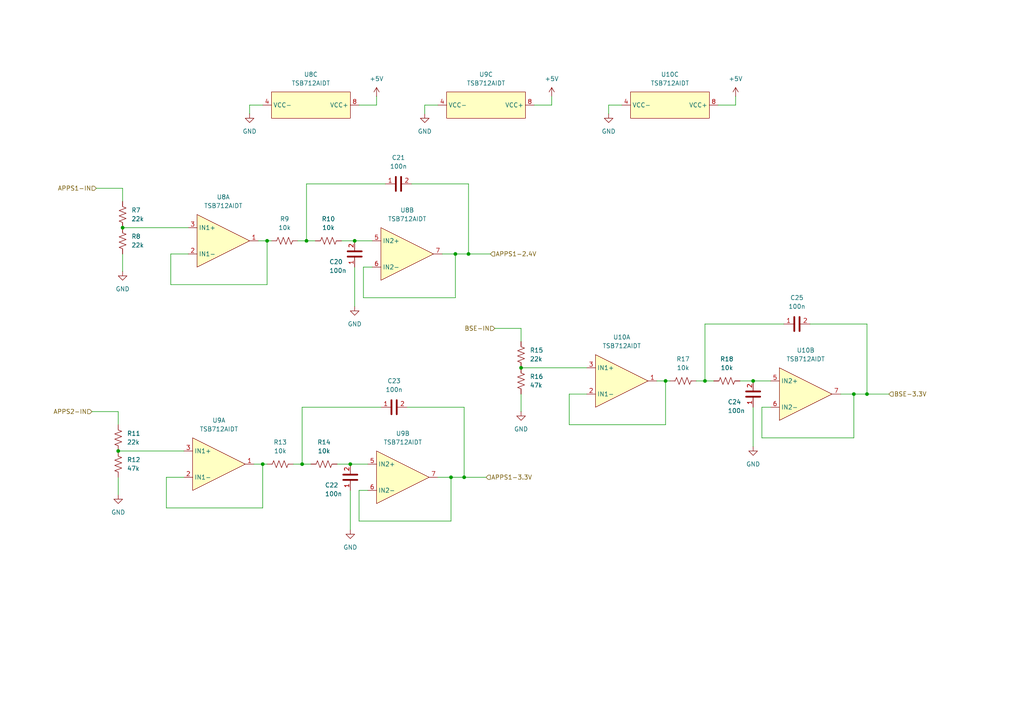
<source format=kicad_sch>
(kicad_sch (version 20250114) (generator "eeschema") (generator_version "9.0")
  (paper "A4")
  (lib_symbols
    (symbol "BFR Capacitors:06035C104KAT2A"
      (property "Reference" "C" (at 0 2.54 0))
      (property "Value" "100n" (at 1.27 2.54 0))
      (symbol "06035C104KAT2A_0_1"
        (polyline (pts (xy -2.032 0.762) (xy 2.032 0.762)) (stroke (width 0.508)))
        (polyline (pts (xy -2.032 -0.762) (xy 2.032 -0.762)) (stroke (width 0.508)))
      )
      (symbol "06035C104KAT2A_1_1"
        (pin passive line (at 0 3.81 270) (length 2.794) (name "~") (number "1"))
        (pin passive line (at 0 -3.81 90) (length 2.794) (name "~") (number "2"))
      )
    )
    (symbol "BFR Resistors:RMCF0603FT10K0" (pin_numbers (hide yes))
      (property "Reference" "R" (at 0 2.54 0))
      (property "Value" "10k" (at 1.27 2.54 0))
      (symbol "RMCF0603FT10K0_0_1"
        (polyline (pts (xy -2.286 0) (xy -2.54 0)))
        (polyline (pts (xy -2.286 0) (xy -1.905 1.016) (xy -1.524 0) (xy -1.143 -1.016) (xy -0.762 0)))
        (polyline (pts (xy -0.762 0) (xy -0.381 1.016) (xy 0 0) (xy 0.381 -1.016) (xy 0.762 0)))
        (polyline (pts (xy 0.762 0) (xy 1.143 1.016) (xy 1.524 0) (xy 1.905 -1.016) (xy 2.286 0)))
        (polyline (pts (xy 2.286 0) (xy 2.54 0)))
      )
      (symbol "RMCF0603FT10K0_1_1"
        (pin passive line (at -3.81 0 0) (length 1.27) (name "~") (number "1"))
        (pin passive line (at 3.81 0 180) (length 1.27) (name "~") (number "2"))
      )
    )
    (symbol "BFR Resistors:RMCF0603FT22K0" (pin_numbers (hide yes))
      (property "Reference" "R" (at 0 2.54 0))
      (property "Value" "22k" (at 1.27 2.54 0))
      (symbol "RMCF0603FT22K0_0_1"
        (polyline (pts (xy -2.286 0) (xy -2.54 0)))
        (polyline (pts (xy -2.286 0) (xy -1.905 1.016) (xy -1.524 0) (xy -1.143 -1.016) (xy -0.762 0)))
        (polyline (pts (xy -0.762 0) (xy -0.381 1.016) (xy 0 0) (xy 0.381 -1.016) (xy 0.762 0)))
        (polyline (pts (xy 0.762 0) (xy 1.143 1.016) (xy 1.524 0) (xy 1.905 -1.016) (xy 2.286 0)))
        (polyline (pts (xy 2.286 0) (xy 2.54 0)))
      )
      (symbol "RMCF0603FT22K0_1_1"
        (pin passive line (at -3.81 0 0) (length 1.27) (name "~") (number "1"))
        (pin passive line (at 3.81 0 180) (length 1.27) (name "~") (number "2"))
      )
    )
    (symbol "BFR Resistors:RMCF0603FT47K0" (pin_numbers (hide yes))
      (property "Reference" "R" (at 0 2.54 0))
      (property "Value" "47k" (at 1.27 2.54 0))
      (symbol "RMCF0603FT47K0_0_1"
        (polyline (pts (xy -2.286 0) (xy -2.54 0)))
        (polyline (pts (xy -2.286 0) (xy -1.905 1.016) (xy -1.524 0) (xy -1.143 -1.016) (xy -0.762 0)))
        (polyline (pts (xy -0.762 0) (xy -0.381 1.016) (xy 0 0) (xy 0.381 -1.016) (xy 0.762 0)))
        (polyline (pts (xy 0.762 0) (xy 1.143 1.016) (xy 1.524 0) (xy 1.905 -1.016) (xy 2.286 0)))
        (polyline (pts (xy 2.286 0) (xy 2.54 0)))
      )
      (symbol "RMCF0603FT47K0_1_1"
        (pin passive line (at -3.81 0 0) (length 1.27) (name "~") (number "1"))
        (pin passive line (at 3.81 0 180) (length 1.27) (name "~") (number "2"))
      )
    )
    (symbol "TSB712AIDT-Opamp:TSB712AIDT"
      (property "Reference" "U" (at 0 0 0))
      (property "Value" "TSB712AIDT" (at -0.254 -2.54 0))
      (symbol "TSB712AIDT_1_1"
        (polyline (pts (xy -7.62 -3.81) (xy -7.62 -19.05) (xy 7.62 -11.43) (xy -7.62 -3.81)) (fill (type color) (color 255 255 195 1)))
        (pin input line (at -10.16 -7.62 0) (length 2.54) (name "IN1+") (number "3"))
        (pin input line (at -10.16 -15.24 0) (length 2.54) (name "IN1-") (number "2"))
        (pin input line (at 10.16 -11.43 180) (length 2.54) (name "") (number "1"))
      )
      (symbol "TSB712AIDT_2_1"
        (polyline (pts (xy -8.89 -3.81) (xy -8.89 -19.05) (xy 6.35 -11.43) (xy -8.89 -3.81)) (fill (type color) (color 255 255 195 1)))
        (pin input line (at -11.43 -7.62 0) (length 2.54) (name "IN2+") (number "5"))
        (pin input line (at -11.43 -15.24 0) (length 2.54) (name "IN2-") (number "6"))
        (pin input line (at 8.89 -11.43 180) (length 2.54) (name "") (number "7"))
      )
      (symbol "TSB712AIDT_3_1"
        (rectangle (start -11.43 -7.62) (end 11.43 -15.24) (fill (type color) (color 255 255 195 1)))
        (pin input line (at -13.97 -11.43 0) (length 2.54) (name "VCC-") (number "4"))
        (pin input line (at 13.97 -11.43 180) (length 2.54) (name "VCC+") (number "8"))
      )
    )
    (symbol "power:+5V" (power) (pin_numbers (hide yes)) (pin_names (offset 0) (hide yes))
      (property "Value" "+5V" (at 0 3.556 0))
      (symbol "+5V_0_1"
        (polyline (pts (xy -0.762 1.27) (xy 0 2.54)))
        (polyline (pts (xy 0 2.54) (xy 0.762 1.27)))
        (polyline (pts (xy 0 0) (xy 0 2.54)))
      )
      (symbol "+5V_1_1"
        (pin power_in line (at 0 0 90) (length 0) (name "~") (number "1"))
      )
    )
    (symbol "power:GND" (power) (pin_numbers (hide yes)) (pin_names (offset 0) (hide yes))
      (property "Value" "GND" (at 0 -3.81 0))
      (symbol "GND_0_1"
        (polyline (pts (xy 0 0) (xy 0 -1.27) (xy 1.27 -1.27) (xy 0 -2.54) (xy -1.27 -1.27) (xy 0 -1.27)))
      )
      (symbol "GND_1_1"
        (pin power_in line (at 0 0 270) (length 0) (name "~") (number "1"))
      )
    )
  )
  (junction (at 247.65 114.3))
  (junction (at 134.62 138.43))
  (junction (at 132.08 73.66))
  (junction (at 102.87 69.85))
  (junction (at 204.47 110.49))
  (junction (at 35.56 66.04))
  (junction (at 151.13 106.68))
  (junction (at 218.44 110.49))
  (junction (at 76.2 134.62))
  (junction (at 88.9 69.85))
  (junction (at 77.47 69.85))
  (junction (at 130.81 138.43))
  (junction (at 101.6 134.62))
  (junction (at 34.29 130.81))
  (junction (at 135.89 73.66))
  (junction (at 251.46 114.3))
  (junction (at 87.63 134.62))
  (junction (at 193.04 110.49))
  (wire (pts (xy 34.29 119.38) (xy 34.29 123.19)))
  (wire (pts (xy 109.22 30.48) (xy 109.22 27.94)))
  (wire (pts (xy 160.02 30.48) (xy 160.02 27.94)))
  (wire (pts (xy 143.51 95.25) (xy 151.13 95.25)))
  (wire (pts (xy 251.46 93.98) (xy 251.46 114.3)))
  (wire (pts (xy 223.52 118.11) (xy 220.98 118.11)))
  (wire (pts (xy 180.34 30.48) (xy 176.53 30.48)))
  (wire (pts (xy 76.2 134.62) (xy 73.66 134.62)))
  (wire (pts (xy 247.65 127) (xy 247.65 114.3)))
  (wire (pts (xy 76.2 147.32) (xy 76.2 134.62)))
  (wire (pts (xy 88.9 53.34) (xy 111.76 53.34)))
  (wire (pts (xy 48.26 147.32) (xy 76.2 147.32)))
  (wire (pts (xy 119.38 53.34) (xy 135.89 53.34)))
  (wire (pts (xy 193.04 110.49) (xy 194.31 110.49)))
  (wire (pts (xy 214.63 110.49) (xy 218.44 110.49)))
  (wire (pts (xy 251.46 114.3) (xy 247.65 114.3)))
  (wire (pts (xy 220.98 118.11) (xy 220.98 127)))
  (wire (pts (xy 77.47 69.85) (xy 78.74 69.85)))
  (wire (pts (xy 127 30.48) (xy 123.19 30.48)))
  (wire (pts (xy 165.1 114.3) (xy 165.1 123.19)))
  (wire (pts (xy 87.63 134.62) (xy 90.17 134.62)))
  (wire (pts (xy 72.39 30.48) (xy 72.39 33.02)))
  (wire (pts (xy 135.89 53.34) (xy 135.89 73.66)))
  (wire (pts (xy 204.47 110.49) (xy 207.01 110.49)))
  (wire (pts (xy 77.47 82.55) (xy 77.47 69.85)))
  (wire (pts (xy 154.94 30.48) (xy 160.02 30.48)))
  (wire (pts (xy 102.87 69.85) (xy 107.95 69.85)))
  (wire (pts (xy 130.81 138.43) (xy 127 138.43)))
  (wire (pts (xy 104.14 142.24) (xy 104.14 151.13)))
  (wire (pts (xy 118.11 118.11) (xy 134.62 118.11)))
  (wire (pts (xy 35.56 66.04) (xy 54.61 66.04)))
  (wire (pts (xy 218.44 118.11) (xy 218.44 129.54)))
  (wire (pts (xy 134.62 118.11) (xy 134.62 138.43)))
  (wire (pts (xy 77.47 69.85) (xy 74.93 69.85)))
  (wire (pts (xy 35.56 54.61) (xy 35.56 58.42)))
  (wire (pts (xy 151.13 106.68) (xy 170.18 106.68)))
  (wire (pts (xy 134.62 138.43) (xy 130.81 138.43)))
  (wire (pts (xy 35.56 73.66) (xy 35.56 78.74)))
  (wire (pts (xy 102.87 77.47) (xy 102.87 88.9)))
  (wire (pts (xy 151.13 114.3) (xy 151.13 119.38)))
  (wire (pts (xy 170.18 114.3) (xy 165.1 114.3)))
  (wire (pts (xy 106.68 142.24) (xy 104.14 142.24)))
  (wire (pts (xy 132.08 86.36) (xy 132.08 73.66)))
  (wire (pts (xy 134.62 138.43) (xy 140.97 138.43)))
  (wire (pts (xy 104.14 151.13) (xy 130.81 151.13)))
  (wire (pts (xy 104.14 30.48) (xy 109.22 30.48)))
  (wire (pts (xy 97.79 134.62) (xy 101.6 134.62)))
  (wire (pts (xy 88.9 69.85) (xy 88.9 53.34)))
  (wire (pts (xy 204.47 93.98) (xy 227.33 93.98)))
  (wire (pts (xy 54.61 73.66) (xy 49.53 73.66)))
  (wire (pts (xy 49.53 82.55) (xy 77.47 82.55)))
  (wire (pts (xy 234.95 93.98) (xy 251.46 93.98)))
  (wire (pts (xy 99.06 69.85) (xy 102.87 69.85)))
  (wire (pts (xy 86.36 69.85) (xy 88.9 69.85)))
  (wire (pts (xy 193.04 123.19) (xy 193.04 110.49)))
  (wire (pts (xy 34.29 138.43) (xy 34.29 143.51)))
  (wire (pts (xy 107.95 77.47) (xy 105.41 77.47)))
  (wire (pts (xy 76.2 30.48) (xy 72.39 30.48)))
  (wire (pts (xy 76.2 134.62) (xy 77.47 134.62)))
  (wire (pts (xy 165.1 123.19) (xy 193.04 123.19)))
  (wire (pts (xy 135.89 73.66) (xy 142.24 73.66)))
  (wire (pts (xy 34.29 130.81) (xy 53.34 130.81)))
  (wire (pts (xy 101.6 142.24) (xy 101.6 153.67)))
  (wire (pts (xy 48.26 138.43) (xy 48.26 147.32)))
  (wire (pts (xy 151.13 95.25) (xy 151.13 99.06)))
  (wire (pts (xy 193.04 110.49) (xy 190.5 110.49)))
  (wire (pts (xy 201.93 110.49) (xy 204.47 110.49)))
  (wire (pts (xy 123.19 30.48) (xy 123.19 33.02)))
  (wire (pts (xy 87.63 118.11) (xy 110.49 118.11)))
  (wire (pts (xy 27.94 54.61) (xy 35.56 54.61)))
  (wire (pts (xy 132.08 73.66) (xy 128.27 73.66)))
  (wire (pts (xy 218.44 110.49) (xy 223.52 110.49)))
  (wire (pts (xy 85.09 134.62) (xy 87.63 134.62)))
  (wire (pts (xy 208.28 30.48) (xy 213.36 30.48)))
  (wire (pts (xy 88.9 69.85) (xy 91.44 69.85)))
  (wire (pts (xy 26.67 119.38) (xy 34.29 119.38)))
  (wire (pts (xy 213.36 30.48) (xy 213.36 27.94)))
  (wire (pts (xy 105.41 86.36) (xy 132.08 86.36)))
  (wire (pts (xy 220.98 127) (xy 247.65 127)))
  (wire (pts (xy 247.65 114.3) (xy 243.84 114.3)))
  (wire (pts (xy 105.41 77.47) (xy 105.41 86.36)))
  (wire (pts (xy 53.34 138.43) (xy 48.26 138.43)))
  (wire (pts (xy 49.53 73.66) (xy 49.53 82.55)))
  (wire (pts (xy 101.6 134.62) (xy 106.68 134.62)))
  (wire (pts (xy 130.81 151.13) (xy 130.81 138.43)))
  (wire (pts (xy 251.46 114.3) (xy 257.81 114.3)))
  (wire (pts (xy 135.89 73.66) (xy 132.08 73.66)))
  (wire (pts (xy 204.47 110.49) (xy 204.47 93.98)))
  (wire (pts (xy 176.53 30.48) (xy 176.53 33.02)))
  (wire (pts (xy 87.63 134.62) (xy 87.63 118.11)))
  (hierarchical_label "BSE-3.3V" (shape input) (at 257.81 114.3 0))
  (hierarchical_label "APPS1-IN" (shape input) (at 27.94 54.61 180))
  (hierarchical_label "BSE-IN" (shape input) (at 143.51 95.25 180))
  (hierarchical_label "APPS2-IN" (shape input) (at 26.67 119.38 180))
  (hierarchical_label "APPS1-3.3V" (shape input) (at 140.97 138.43 0))
  (hierarchical_label "APPS1-2.4V" (shape input) (at 142.24 73.66 0))
  (symbol (lib_id "TSB712AIDT-Opamp:TSB712AIDT") (at 119.38 62.23 0) (unit 2)
    (property "Reference" "U8" (at 118.11 60.96 0))
    (property "Value" "TSB712AIDT" (at 118.11 63.5 0))
    (property "Datasheet" "https://www.st.com/resource/en/datasheet/tsb711.pdf" (effects (hide yes)))
    (property "LCSC P/N" "C2971690" (effects (hide yes)))
    (property "Mouser P/N" "511-TSB712AIDT " (effects (hide yes)))
  )
  (symbol (lib_id "power:GND") (at 123.19 33.02 0) (unit 1)
    (property "Reference" "#PWR039" (effects (hide yes)))
    (property "Value" "GND" (at 123.19 38.1 0))
    (property "Description" "Power symbol creates a global label with name \"GND\" , ground" (effects (hide yes)))
  )
  (symbol (lib_id "BFR Resistors:RMCF0603FT10K0") (at 93.98 134.62 0) (unit 1)
    (property "Reference" "R14" (at 93.98 128.27 0))
    (property "Value" "10k" (at 93.98 130.81 0))
    (property "Footprint" "Resistor_SMD:R_0603_1608Metric_Pad0.98x0.95mm_HandSolder" (effects (hide yes)))
    (property "Datasheet" "https://www.seielect.com/catalog/sei-rmcf_rmcp.pdf" (effects (hide yes)))
    (property "Description" "10kΩ 0603 JLCPCB Basic Resistor" (effects (hide yes)))
    (property "Sim.Device" "SUBCKT" (effects (hide yes)))
    (property "Sim.Pins" "1=P1 2=P2" (effects (hide yes)))
    (property "Sim.Library" "${BFRUH_DIR}/Electronics/spice_models/bfr_resistors/RMCF0603FT10K0.lib" (effects (hide yes)))
    (property "Sim.Name" "RMCF0603FT10K0" (effects (hide yes)))
    (property "Pretty Name" "10kΩ 0603 Resistor" (effects (hide yes)))
    (property "Order From" "LCSC" (effects (hide yes)))
    (property "Digikey P/N" "RMCF0603FT10K0CT-ND" (effects (hide yes)))
    (property "Mouser P/N" "708-RMCF0603FT10K0" (effects (hide yes)))
    (property "LCSC P/N" "C25804" (effects (hide yes)))
    (property "JLCPCB Basic Part" "Yes" (effects (hide yes)))
    (property "Created by" "resistor_generator.py script using e24_resistor_bible_spec.txt" (effects (hide yes)))
  )
  (symbol (lib_id "TSB712AIDT-Opamp:TSB712AIDT") (at 194.31 19.05 0) (unit 3)
    (property "Reference" "U10" (at 194.31 21.59 0))
    (property "Value" "TSB712AIDT" (at 194.31 24.13 0))
    (property "Datasheet" "https://www.st.com/resource/en/datasheet/tsb711.pdf" (effects (hide yes)))
    (property "LCSC P/N" "C2971690" (effects (hide yes)))
    (property "Mouser P/N" "511-TSB712AIDT " (effects (hide yes)))
  )
  (symbol (lib_id "BFR Resistors:RMCF0603FT47K0") (at 34.29 134.62 90) (unit 1)
    (property "Reference" "R12" (at 36.83 133.3499 90) (effects (justify right)))
    (property "Value" "47k" (at 36.83 135.8899 90) (effects (justify right)))
    (property "Footprint" "Resistor_SMD:R_0603_1608Metric_Pad0.98x0.95mm_HandSolder" (effects (hide yes)))
    (property "Datasheet" "https://www.seielect.com/catalog/sei-rmcf_rmcp.pdf" (effects (hide yes)))
    (property "Description" "47kΩ 0603 JLCPCB Basic Resistor" (effects (hide yes)))
    (property "Sim.Device" "SUBCKT" (effects (hide yes)))
    (property "Sim.Pins" "1=P1 2=P2" (effects (hide yes)))
    (property "Sim.Library" "${BFRUH_DIR}/Electronics/spice_models/bfr_resistors/RMCF0603FT47K0.lib" (effects (hide yes)))
    (property "Sim.Name" "RMCF0603FT47K0" (effects (hide yes)))
    (property "Pretty Name" "47kΩ 0603 Resistor" (effects (hide yes)))
    (property "Order From" "LCSC" (effects (hide yes)))
    (property "Digikey P/N" "RMCF0603FT47K0CT-ND" (effects (hide yes)))
    (property "Mouser P/N" "708-RMCF0603FT47K0" (effects (hide yes)))
    (property "LCSC P/N" "C25819" (effects (hide yes)))
    (property "JLCPCB Basic Part" "Yes" (effects (hide yes)))
    (property "Created by" "resistor_generator.py script using e24_resistor_bible_spec.txt" (effects (hide yes)))
  )
  (symbol (lib_id "power:+5V") (at 109.22 27.94 0) (unit 1)
    (property "Reference" "#PWR037" (effects (hide yes)))
    (property "Value" "+5V" (at 109.22 22.86 0))
    (property "Description" "Power symbol creates a global label with name \"+5V\"" (effects (hide yes)))
  )
  (symbol (lib_id "BFR Capacitors:06035C104KAT2A") (at 101.6 138.43 180) (unit 1)
    (property "Reference" "C22" (at 94.234 140.716 0) (effects (justify right)))
    (property "Value" "100n" (at 94.234 143.256 0) (effects (justify right)))
    (property "Footprint" "Capacitor_SMD:C_0603_1608Metric_Pad1.08x0.95mm_HandSolder" (effects (hide yes)))
    (property "Description" "100nF±10% X7R 16V JLCPCB Basic 0603 Capacitor" (effects (hide yes)))
    (property "Sim.Device" "SUBCKT" (effects (hide yes)))
    (property "Sim.Pins" "1=P1 2=P2" (effects (hide yes)))
    (property "Sim.Library" "${BFRUH_DIR}/Electronics/spice_models/bfr_capacitors/06035C104KAT2A.lib" (effects (hide yes)))
    (property "Sim.Name" "06035C104KAT2A" (effects (hide yes)))
    (property "Pretty Name" "100nF 16V 0603 Capacitor" (effects (hide yes)))
    (property "Order From" "LCSC" (effects (hide yes)))
    (property "Digikey P/N" "478-KGM15BR71H104KTCT-ND" (effects (hide yes)))
    (property "Mouser P/N" "581-06035C104KAT2A" (effects (hide yes)))
    (property "LCSC P/N" "C14663" (effects (hide yes)))
    (property "JLCPCB Basic Part" "Yes" (effects (hide yes)))
    (property "Created by" "capacitor_generator.py script using capacitor_bible_spec.txt" (effects (hide yes)))
  )
  (symbol (lib_id "BFR Resistors:RMCF0603FT22K0") (at 35.56 69.85 90) (unit 1)
    (property "Reference" "R8" (at 38.1 68.5799 90) (effects (justify right)))
    (property "Value" "22k" (at 38.1 71.1199 90) (effects (justify right)))
    (property "Footprint" "Resistor_SMD:R_0603_1608Metric_Pad0.98x0.95mm_HandSolder" (effects (hide yes)))
    (property "Datasheet" "https://www.seielect.com/catalog/sei-rmcf_rmcp.pdf" (effects (hide yes)))
    (property "Description" "22kΩ 0603 JLCPCB Basic Resistor" (effects (hide yes)))
    (property "Sim.Device" "SUBCKT" (effects (hide yes)))
    (property "Sim.Pins" "1=P1 2=P2" (effects (hide yes)))
    (property "Sim.Library" "${BFRUH_DIR}/Electronics/spice_models/bfr_resistors/RMCF0603FT22K0.lib" (effects (hide yes)))
    (property "Sim.Name" "RMCF0603FT22K0" (effects (hide yes)))
    (property "Pretty Name" "22kΩ 0603 Resistor" (effects (hide yes)))
    (property "Order From" "LCSC" (effects (hide yes)))
    (property "Digikey P/N" "RMCF0603FT22K0CT-ND" (effects (hide yes)))
    (property "Mouser P/N" "708-RMCF0603FT22K0" (effects (hide yes)))
    (property "LCSC P/N" "C31850" (effects (hide yes)))
    (property "JLCPCB Basic Part" "Yes" (effects (hide yes)))
    (property "Created by" "resistor_generator.py script using e24_resistor_bible_spec.txt" (effects (hide yes)))
  )
  (symbol (lib_id "BFR Resistors:RMCF0603FT22K0") (at 151.13 102.87 90) (unit 1)
    (property "Reference" "R15" (at 153.67 101.5999 90) (effects (justify right)))
    (property "Value" "22k" (at 153.67 104.1399 90) (effects (justify right)))
    (property "Footprint" "Resistor_SMD:R_0603_1608Metric_Pad0.98x0.95mm_HandSolder" (effects (hide yes)))
    (property "Datasheet" "https://www.seielect.com/catalog/sei-rmcf_rmcp.pdf" (effects (hide yes)))
    (property "Description" "22kΩ 0603 JLCPCB Basic Resistor" (effects (hide yes)))
    (property "Sim.Device" "SUBCKT" (effects (hide yes)))
    (property "Sim.Pins" "1=P1 2=P2" (effects (hide yes)))
    (property "Sim.Library" "${BFRUH_DIR}/Electronics/spice_models/bfr_resistors/RMCF0603FT22K0.lib" (effects (hide yes)))
    (property "Sim.Name" "RMCF0603FT22K0" (effects (hide yes)))
    (property "Pretty Name" "22kΩ 0603 Resistor" (effects (hide yes)))
    (property "Order From" "LCSC" (effects (hide yes)))
    (property "Digikey P/N" "RMCF0603FT22K0CT-ND" (effects (hide yes)))
    (property "Mouser P/N" "708-RMCF0603FT22K0" (effects (hide yes)))
    (property "LCSC P/N" "C31850" (effects (hide yes)))
    (property "JLCPCB Basic Part" "Yes" (effects (hide yes)))
    (property "Created by" "resistor_generator.py script using e24_resistor_bible_spec.txt" (effects (hide yes)))
  )
  (symbol (lib_id "TSB712AIDT-Opamp:TSB712AIDT") (at 118.11 127 0) (unit 2)
    (property "Reference" "U9" (at 116.84 125.73 0))
    (property "Value" "TSB712AIDT" (at 116.84 128.27 0))
    (property "Datasheet" "https://www.st.com/resource/en/datasheet/tsb711.pdf" (effects (hide yes)))
    (property "LCSC P/N" "C2971690" (effects (hide yes)))
    (property "Mouser P/N" "511-TSB712AIDT " (effects (hide yes)))
  )
  (symbol (lib_id "TSB712AIDT-Opamp:TSB712AIDT") (at 140.97 19.05 0) (unit 3)
    (property "Reference" "U9" (at 140.97 21.59 0))
    (property "Value" "TSB712AIDT" (at 140.97 24.13 0))
    (property "Datasheet" "https://www.st.com/resource/en/datasheet/tsb711.pdf" (effects (hide yes)))
    (property "LCSC P/N" "C2971690" (effects (hide yes)))
    (property "Mouser P/N" "511-TSB712AIDT " (effects (hide yes)))
  )
  (symbol (lib_id "TSB712AIDT-Opamp:TSB712AIDT") (at 90.17 19.05 0) (unit 3)
    (property "Reference" "U8" (at 90.17 21.59 0))
    (property "Value" "TSB712AIDT" (at 90.17 24.13 0))
    (property "Datasheet" "https://www.st.com/resource/en/datasheet/tsb711.pdf" (effects (hide yes)))
    (property "LCSC P/N" "C2971690" (effects (hide yes)))
    (property "Mouser P/N" "511-TSB712AIDT " (effects (hide yes)))
  )
  (symbol (lib_id "BFR Resistors:RMCF0603FT22K0") (at 35.56 62.23 90) (unit 1)
    (property "Reference" "R7" (at 38.1 60.9599 90) (effects (justify right)))
    (property "Value" "22k" (at 38.1 63.4999 90) (effects (justify right)))
    (property "Footprint" "Resistor_SMD:R_0603_1608Metric_Pad0.98x0.95mm_HandSolder" (effects (hide yes)))
    (property "Datasheet" "https://www.seielect.com/catalog/sei-rmcf_rmcp.pdf" (effects (hide yes)))
    (property "Description" "22kΩ 0603 JLCPCB Basic Resistor" (effects (hide yes)))
    (property "Sim.Device" "SUBCKT" (effects (hide yes)))
    (property "Sim.Pins" "1=P1 2=P2" (effects (hide yes)))
    (property "Sim.Library" "${BFRUH_DIR}/Electronics/spice_models/bfr_resistors/RMCF0603FT22K0.lib" (effects (hide yes)))
    (property "Sim.Name" "RMCF0603FT22K0" (effects (hide yes)))
    (property "Pretty Name" "22kΩ 0603 Resistor" (effects (hide yes)))
    (property "Order From" "LCSC" (effects (hide yes)))
    (property "Digikey P/N" "RMCF0603FT22K0CT-ND" (effects (hide yes)))
    (property "Mouser P/N" "708-RMCF0603FT22K0" (effects (hide yes)))
    (property "LCSC P/N" "C31850" (effects (hide yes)))
    (property "JLCPCB Basic Part" "Yes" (effects (hide yes)))
    (property "Created by" "resistor_generator.py script using e24_resistor_bible_spec.txt" (effects (hide yes)))
  )
  (symbol (lib_id "power:GND") (at 151.13 119.38 0) (unit 1)
    (property "Reference" "#PWR042" (effects (hide yes)))
    (property "Value" "GND" (at 151.13 124.46 0))
    (property "Description" "Power symbol creates a global label with name \"GND\" , ground" (effects (hide yes)))
  )
  (symbol (lib_id "TSB712AIDT-Opamp:TSB712AIDT") (at 64.77 58.42 0) (unit 1)
    (property "Reference" "U8" (at 64.77 57.15 0))
    (property "Value" "TSB712AIDT" (at 64.77 59.69 0))
    (property "Datasheet" "https://www.st.com/resource/en/datasheet/tsb711.pdf" (effects (hide yes)))
    (property "LCSC P/N" "C2971690" (effects (hide yes)))
    (property "Mouser P/N" "511-TSB712AIDT " (effects (hide yes)))
  )
  (symbol (lib_id "power:GND") (at 102.87 88.9 0) (unit 1)
    (property "Reference" "#PWR035" (effects (hide yes)))
    (property "Value" "GND" (at 102.87 93.98 0))
    (property "Description" "Power symbol creates a global label with name \"GND\" , ground" (effects (hide yes)))
  )
  (symbol (lib_id "TSB712AIDT-Opamp:TSB712AIDT") (at 180.34 99.06 0) (unit 1)
    (property "Reference" "U10" (at 180.34 97.79 0))
    (property "Value" "TSB712AIDT" (at 180.34 100.33 0))
    (property "Datasheet" "https://www.st.com/resource/en/datasheet/tsb711.pdf" (effects (hide yes)))
    (property "LCSC P/N" "C2971690" (effects (hide yes)))
    (property "Mouser P/N" "511-TSB712AIDT " (effects (hide yes)))
  )
  (symbol (lib_id "power:GND") (at 34.29 143.51 0) (unit 1)
    (property "Reference" "#PWR038" (effects (hide yes)))
    (property "Value" "GND" (at 34.29 148.59 0))
    (property "Description" "Power symbol creates a global label with name \"GND\" , ground" (effects (hide yes)))
  )
  (symbol (lib_id "TSB712AIDT-Opamp:TSB712AIDT") (at 63.5 123.19 0) (unit 1)
    (property "Reference" "U9" (at 63.5 121.92 0))
    (property "Value" "TSB712AIDT" (at 63.5 124.46 0))
    (property "Datasheet" "https://www.st.com/resource/en/datasheet/tsb711.pdf" (effects (hide yes)))
    (property "LCSC P/N" "C2971690" (effects (hide yes)))
    (property "Mouser P/N" "511-TSB712AIDT " (effects (hide yes)))
  )
  (symbol (lib_id "BFR Resistors:RMCF0603FT10K0") (at 82.55 69.85 0) (unit 1)
    (property "Reference" "R9" (at 82.55 63.5 0))
    (property "Value" "10k" (at 82.55 66.04 0))
    (property "Footprint" "Resistor_SMD:R_0603_1608Metric_Pad0.98x0.95mm_HandSolder" (effects (hide yes)))
    (property "Datasheet" "https://www.seielect.com/catalog/sei-rmcf_rmcp.pdf" (effects (hide yes)))
    (property "Description" "10kΩ 0603 JLCPCB Basic Resistor" (effects (hide yes)))
    (property "Sim.Device" "SUBCKT" (effects (hide yes)))
    (property "Sim.Pins" "1=P1 2=P2" (effects (hide yes)))
    (property "Sim.Library" "${BFRUH_DIR}/Electronics/spice_models/bfr_resistors/RMCF0603FT10K0.lib" (effects (hide yes)))
    (property "Sim.Name" "RMCF0603FT10K0" (effects (hide yes)))
    (property "Pretty Name" "10kΩ 0603 Resistor" (effects (hide yes)))
    (property "Order From" "LCSC" (effects (hide yes)))
    (property "Digikey P/N" "RMCF0603FT10K0CT-ND" (effects (hide yes)))
    (property "Mouser P/N" "708-RMCF0603FT10K0" (effects (hide yes)))
    (property "LCSC P/N" "C25804" (effects (hide yes)))
    (property "JLCPCB Basic Part" "Yes" (effects (hide yes)))
    (property "Created by" "resistor_generator.py script using e24_resistor_bible_spec.txt" (effects (hide yes)))
  )
  (symbol (lib_id "BFR Resistors:RMCF0603FT47K0") (at 151.13 110.49 90) (unit 1)
    (property "Reference" "R16" (at 153.67 109.2199 90) (effects (justify right)))
    (property "Value" "47k" (at 153.67 111.7599 90) (effects (justify right)))
    (property "Footprint" "Resistor_SMD:R_0603_1608Metric_Pad0.98x0.95mm_HandSolder" (effects (hide yes)))
    (property "Datasheet" "https://www.seielect.com/catalog/sei-rmcf_rmcp.pdf" (effects (hide yes)))
    (property "Description" "47kΩ 0603 JLCPCB Basic Resistor" (effects (hide yes)))
    (property "Sim.Device" "SUBCKT" (effects (hide yes)))
    (property "Sim.Pins" "1=P1 2=P2" (effects (hide yes)))
    (property "Sim.Library" "${BFRUH_DIR}/Electronics/spice_models/bfr_resistors/RMCF0603FT47K0.lib" (effects (hide yes)))
    (property "Sim.Name" "RMCF0603FT47K0" (effects (hide yes)))
    (property "Pretty Name" "47kΩ 0603 Resistor" (effects (hide yes)))
    (property "Order From" "LCSC" (effects (hide yes)))
    (property "Digikey P/N" "RMCF0603FT47K0CT-ND" (effects (hide yes)))
    (property "Mouser P/N" "708-RMCF0603FT47K0" (effects (hide yes)))
    (property "LCSC P/N" "C25819" (effects (hide yes)))
    (property "JLCPCB Basic Part" "Yes" (effects (hide yes)))
    (property "Created by" "resistor_generator.py script using e24_resistor_bible_spec.txt" (effects (hide yes)))
  )
  (symbol (lib_id "power:GND") (at 176.53 33.02 0) (unit 1)
    (property "Reference" "#PWR044" (effects (hide yes)))
    (property "Value" "GND" (at 176.53 38.1 0))
    (property "Description" "Power symbol creates a global label with name \"GND\" , ground" (effects (hide yes)))
  )
  (symbol (lib_id "BFR Resistors:RMCF0603FT10K0") (at 95.25 69.85 0) (unit 1)
    (property "Reference" "R10" (at 95.25 63.5 0))
    (property "Value" "10k" (at 95.25 66.04 0))
    (property "Footprint" "Resistor_SMD:R_0603_1608Metric_Pad0.98x0.95mm_HandSolder" (effects (hide yes)))
    (property "Datasheet" "https://www.seielect.com/catalog/sei-rmcf_rmcp.pdf" (effects (hide yes)))
    (property "Description" "10kΩ 0603 JLCPCB Basic Resistor" (effects (hide yes)))
    (property "Sim.Device" "SUBCKT" (effects (hide yes)))
    (property "Sim.Pins" "1=P1 2=P2" (effects (hide yes)))
    (property "Sim.Library" "${BFRUH_DIR}/Electronics/spice_models/bfr_resistors/RMCF0603FT10K0.lib" (effects (hide yes)))
    (property "Sim.Name" "RMCF0603FT10K0" (effects (hide yes)))
    (property "Pretty Name" "10kΩ 0603 Resistor" (effects (hide yes)))
    (property "Order From" "LCSC" (effects (hide yes)))
    (property "Digikey P/N" "RMCF0603FT10K0CT-ND" (effects (hide yes)))
    (property "Mouser P/N" "708-RMCF0603FT10K0" (effects (hide yes)))
    (property "LCSC P/N" "C25804" (effects (hide yes)))
    (property "JLCPCB Basic Part" "Yes" (effects (hide yes)))
    (property "Created by" "resistor_generator.py script using e24_resistor_bible_spec.txt" (effects (hide yes)))
  )
  (symbol (lib_id "BFR Resistors:RMCF0603FT10K0") (at 198.12 110.49 0) (unit 1)
    (property "Reference" "R17" (at 198.12 104.14 0))
    (property "Value" "10k" (at 198.12 106.68 0))
    (property "Footprint" "Resistor_SMD:R_0603_1608Metric_Pad0.98x0.95mm_HandSolder" (effects (hide yes)))
    (property "Datasheet" "https://www.seielect.com/catalog/sei-rmcf_rmcp.pdf" (effects (hide yes)))
    (property "Description" "10kΩ 0603 JLCPCB Basic Resistor" (effects (hide yes)))
    (property "Sim.Device" "SUBCKT" (effects (hide yes)))
    (property "Sim.Pins" "1=P1 2=P2" (effects (hide yes)))
    (property "Sim.Library" "${BFRUH_DIR}/Electronics/spice_models/bfr_resistors/RMCF0603FT10K0.lib" (effects (hide yes)))
    (property "Sim.Name" "RMCF0603FT10K0" (effects (hide yes)))
    (property "Pretty Name" "10kΩ 0603 Resistor" (effects (hide yes)))
    (property "Order From" "LCSC" (effects (hide yes)))
    (property "Digikey P/N" "RMCF0603FT10K0CT-ND" (effects (hide yes)))
    (property "Mouser P/N" "708-RMCF0603FT10K0" (effects (hide yes)))
    (property "LCSC P/N" "C25804" (effects (hide yes)))
    (property "JLCPCB Basic Part" "Yes" (effects (hide yes)))
    (property "Created by" "resistor_generator.py script using e24_resistor_bible_spec.txt" (effects (hide yes)))
  )
  (symbol (lib_id "power:GND") (at 35.56 78.74 0) (unit 1)
    (property "Reference" "#PWR034" (effects (hide yes)))
    (property "Value" "GND" (at 35.56 83.82 0))
    (property "Description" "Power symbol creates a global label with name \"GND\" , ground" (effects (hide yes)))
  )
  (symbol (lib_id "power:GND") (at 101.6 153.67 0) (unit 1)
    (property "Reference" "#PWR041" (effects (hide yes)))
    (property "Value" "GND" (at 101.6 158.75 0))
    (property "Description" "Power symbol creates a global label with name \"GND\" , ground" (effects (hide yes)))
  )
  (symbol (lib_id "BFR Capacitors:06035C104KAT2A") (at 114.3 118.11 90) (unit 1)
    (property "Reference" "C23" (at 114.3 110.49 90))
    (property "Value" "100n" (at 114.3 113.03 90))
    (property "Footprint" "Capacitor_SMD:C_0603_1608Metric_Pad1.08x0.95mm_HandSolder" (effects (hide yes)))
    (property "Description" "100nF±10% X7R 16V JLCPCB Basic 0603 Capacitor" (effects (hide yes)))
    (property "Sim.Device" "SUBCKT" (effects (hide yes)))
    (property "Sim.Pins" "1=P1 2=P2" (effects (hide yes)))
    (property "Sim.Library" "${BFRUH_DIR}/Electronics/spice_models/bfr_capacitors/06035C104KAT2A.lib" (effects (hide yes)))
    (property "Sim.Name" "06035C104KAT2A" (effects (hide yes)))
    (property "Pretty Name" "100nF 16V 0603 Capacitor" (effects (hide yes)))
    (property "Order From" "LCSC" (effects (hide yes)))
    (property "Digikey P/N" "478-KGM15BR71H104KTCT-ND" (effects (hide yes)))
    (property "Mouser P/N" "581-06035C104KAT2A" (effects (hide yes)))
    (property "LCSC P/N" "C14663" (effects (hide yes)))
    (property "JLCPCB Basic Part" "Yes" (effects (hide yes)))
    (property "Created by" "capacitor_generator.py script using capacitor_bible_spec.txt" (effects (hide yes)))
  )
  (symbol (lib_id "BFR Capacitors:06035C104KAT2A") (at 231.14 93.98 90) (unit 1)
    (property "Reference" "C25" (at 231.14 86.36 90))
    (property "Value" "100n" (at 231.14 88.9 90))
    (property "Footprint" "Capacitor_SMD:C_0603_1608Metric_Pad1.08x0.95mm_HandSolder" (effects (hide yes)))
    (property "Description" "100nF±10% X7R 16V JLCPCB Basic 0603 Capacitor" (effects (hide yes)))
    (property "Sim.Device" "SUBCKT" (effects (hide yes)))
    (property "Sim.Pins" "1=P1 2=P2" (effects (hide yes)))
    (property "Sim.Library" "${BFRUH_DIR}/Electronics/spice_models/bfr_capacitors/06035C104KAT2A.lib" (effects (hide yes)))
    (property "Sim.Name" "06035C104KAT2A" (effects (hide yes)))
    (property "Pretty Name" "100nF 16V 0603 Capacitor" (effects (hide yes)))
    (property "Order From" "LCSC" (effects (hide yes)))
    (property "Digikey P/N" "478-KGM15BR71H104KTCT-ND" (effects (hide yes)))
    (property "Mouser P/N" "581-06035C104KAT2A" (effects (hide yes)))
    (property "LCSC P/N" "C14663" (effects (hide yes)))
    (property "JLCPCB Basic Part" "Yes" (effects (hide yes)))
    (property "Created by" "capacitor_generator.py script using capacitor_bible_spec.txt" (effects (hide yes)))
  )
  (symbol (lib_id "power:GND") (at 72.39 33.02 0) (unit 1)
    (property "Reference" "#PWR036" (effects (hide yes)))
    (property "Value" "GND" (at 72.39 38.1 0))
    (property "Description" "Power symbol creates a global label with name \"GND\" , ground" (effects (hide yes)))
  )
  (symbol (lib_id "power:+5V") (at 160.02 27.94 0) (unit 1)
    (property "Reference" "#PWR040" (effects (hide yes)))
    (property "Value" "+5V" (at 160.02 22.86 0))
    (property "Description" "Power symbol creates a global label with name \"+5V\"" (effects (hide yes)))
  )
  (symbol (lib_id "BFR Resistors:RMCF0603FT10K0") (at 210.82 110.49 0) (unit 1)
    (property "Reference" "R18" (at 210.82 104.14 0))
    (property "Value" "10k" (at 210.82 106.68 0))
    (property "Footprint" "Resistor_SMD:R_0603_1608Metric_Pad0.98x0.95mm_HandSolder" (effects (hide yes)))
    (property "Datasheet" "https://www.seielect.com/catalog/sei-rmcf_rmcp.pdf" (effects (hide yes)))
    (property "Description" "10kΩ 0603 JLCPCB Basic Resistor" (effects (hide yes)))
    (property "Sim.Device" "SUBCKT" (effects (hide yes)))
    (property "Sim.Pins" "1=P1 2=P2" (effects (hide yes)))
    (property "Sim.Library" "${BFRUH_DIR}/Electronics/spice_models/bfr_resistors/RMCF0603FT10K0.lib" (effects (hide yes)))
    (property "Sim.Name" "RMCF0603FT10K0" (effects (hide yes)))
    (property "Pretty Name" "10kΩ 0603 Resistor" (effects (hide yes)))
    (property "Order From" "LCSC" (effects (hide yes)))
    (property "Digikey P/N" "RMCF0603FT10K0CT-ND" (effects (hide yes)))
    (property "Mouser P/N" "708-RMCF0603FT10K0" (effects (hide yes)))
    (property "LCSC P/N" "C25804" (effects (hide yes)))
    (property "JLCPCB Basic Part" "Yes" (effects (hide yes)))
    (property "Created by" "resistor_generator.py script using e24_resistor_bible_spec.txt" (effects (hide yes)))
  )
  (symbol (lib_id "power:+5V") (at 213.36 27.94 0) (unit 1)
    (property "Reference" "#PWR045" (effects (hide yes)))
    (property "Value" "+5V" (at 213.36 22.86 0))
    (property "Description" "Power symbol creates a global label with name \"+5V\"" (effects (hide yes)))
  )
  (symbol (lib_id "BFR Capacitors:06035C104KAT2A") (at 102.87 73.66 180) (unit 1)
    (property "Reference" "C20" (at 95.504 75.946 0) (effects (justify right)))
    (property "Value" "100n" (at 95.504 78.486 0) (effects (justify right)))
    (property "Footprint" "Capacitor_SMD:C_0603_1608Metric_Pad1.08x0.95mm_HandSolder" (effects (hide yes)))
    (property "Description" "100nF±10% X7R 16V JLCPCB Basic 0603 Capacitor" (effects (hide yes)))
    (property "Sim.Device" "SUBCKT" (effects (hide yes)))
    (property "Sim.Pins" "1=P1 2=P2" (effects (hide yes)))
    (property "Sim.Library" "${BFRUH_DIR}/Electronics/spice_models/bfr_capacitors/06035C104KAT2A.lib" (effects (hide yes)))
    (property "Sim.Name" "06035C104KAT2A" (effects (hide yes)))
    (property "Pretty Name" "100nF 16V 0603 Capacitor" (effects (hide yes)))
    (property "Order From" "LCSC" (effects (hide yes)))
    (property "Digikey P/N" "478-KGM15BR71H104KTCT-ND" (effects (hide yes)))
    (property "Mouser P/N" "581-06035C104KAT2A" (effects (hide yes)))
    (property "LCSC P/N" "C14663" (effects (hide yes)))
    (property "JLCPCB Basic Part" "Yes" (effects (hide yes)))
    (property "Created by" "capacitor_generator.py script using capacitor_bible_spec.txt" (effects (hide yes)))
  )
  (symbol (lib_id "TSB712AIDT-Opamp:TSB712AIDT") (at 234.95 102.87 0) (unit 2)
    (property "Reference" "U10" (at 233.68 101.6 0))
    (property "Value" "TSB712AIDT" (at 233.68 104.14 0))
    (property "Datasheet" "https://www.st.com/resource/en/datasheet/tsb711.pdf" (effects (hide yes)))
    (property "LCSC P/N" "C2971690" (effects (hide yes)))
    (property "Mouser P/N" "511-TSB712AIDT " (effects (hide yes)))
  )
  (symbol (lib_id "BFR Resistors:RMCF0603FT22K0") (at 34.29 127 90) (unit 1)
    (property "Reference" "R11" (at 36.83 125.7299 90) (effects (justify right)))
    (property "Value" "22k" (at 36.83 128.2699 90) (effects (justify right)))
    (property "Footprint" "Resistor_SMD:R_0603_1608Metric_Pad0.98x0.95mm_HandSolder" (effects (hide yes)))
    (property "Datasheet" "https://www.seielect.com/catalog/sei-rmcf_rmcp.pdf" (effects (hide yes)))
    (property "Description" "22kΩ 0603 JLCPCB Basic Resistor" (effects (hide yes)))
    (property "Sim.Device" "SUBCKT" (effects (hide yes)))
    (property "Sim.Pins" "1=P1 2=P2" (effects (hide yes)))
    (property "Sim.Library" "${BFRUH_DIR}/Electronics/spice_models/bfr_resistors/RMCF0603FT22K0.lib" (effects (hide yes)))
    (property "Sim.Name" "RMCF0603FT22K0" (effects (hide yes)))
    (property "Pretty Name" "22kΩ 0603 Resistor" (effects (hide yes)))
    (property "Order From" "LCSC" (effects (hide yes)))
    (property "Digikey P/N" "RMCF0603FT22K0CT-ND" (effects (hide yes)))
    (property "Mouser P/N" "708-RMCF0603FT22K0" (effects (hide yes)))
    (property "LCSC P/N" "C31850" (effects (hide yes)))
    (property "JLCPCB Basic Part" "Yes" (effects (hide yes)))
    (property "Created by" "resistor_generator.py script using e24_resistor_bible_spec.txt" (effects (hide yes)))
  )
  (symbol (lib_id "power:GND") (at 218.44 129.54 0) (unit 1)
    (property "Reference" "#PWR043" (effects (hide yes)))
    (property "Value" "GND" (at 218.44 134.62 0))
    (property "Description" "Power symbol creates a global label with name \"GND\" , ground" (effects (hide yes)))
  )
  (symbol (lib_id "BFR Capacitors:06035C104KAT2A") (at 218.44 114.3 180) (unit 1)
    (property "Reference" "C24" (at 211.074 116.586 0) (effects (justify right)))
    (property "Value" "100n" (at 211.074 119.126 0) (effects (justify right)))
    (property "Footprint" "Capacitor_SMD:C_0603_1608Metric_Pad1.08x0.95mm_HandSolder" (effects (hide yes)))
    (property "Description" "100nF±10% X7R 16V JLCPCB Basic 0603 Capacitor" (effects (hide yes)))
    (property "Sim.Device" "SUBCKT" (effects (hide yes)))
    (property "Sim.Pins" "1=P1 2=P2" (effects (hide yes)))
    (property "Sim.Library" "${BFRUH_DIR}/Electronics/spice_models/bfr_capacitors/06035C104KAT2A.lib" (effects (hide yes)))
    (property "Sim.Name" "06035C104KAT2A" (effects (hide yes)))
    (property "Pretty Name" "100nF 16V 0603 Capacitor" (effects (hide yes)))
    (property "Order From" "LCSC" (effects (hide yes)))
    (property "Digikey P/N" "478-KGM15BR71H104KTCT-ND" (effects (hide yes)))
    (property "Mouser P/N" "581-06035C104KAT2A" (effects (hide yes)))
    (property "LCSC P/N" "C14663" (effects (hide yes)))
    (property "JLCPCB Basic Part" "Yes" (effects (hide yes)))
    (property "Created by" "capacitor_generator.py script using capacitor_bible_spec.txt" (effects (hide yes)))
  )
  (symbol (lib_id "BFR Capacitors:06035C104KAT2A") (at 115.57 53.34 90) (unit 1)
    (property "Reference" "C21" (at 115.57 45.72 90))
    (property "Value" "100n" (at 115.57 48.26 90))
    (property "Footprint" "Capacitor_SMD:C_0603_1608Metric_Pad1.08x0.95mm_HandSolder" (effects (hide yes)))
    (property "Description" "100nF±10% X7R 16V JLCPCB Basic 0603 Capacitor" (effects (hide yes)))
    (property "Sim.Device" "SUBCKT" (effects (hide yes)))
    (property "Sim.Pins" "1=P1 2=P2" (effects (hide yes)))
    (property "Sim.Library" "${BFRUH_DIR}/Electronics/spice_models/bfr_capacitors/06035C104KAT2A.lib" (effects (hide yes)))
    (property "Sim.Name" "06035C104KAT2A" (effects (hide yes)))
    (property "Pretty Name" "100nF 16V 0603 Capacitor" (effects (hide yes)))
    (property "Order From" "LCSC" (effects (hide yes)))
    (property "Digikey P/N" "478-KGM15BR71H104KTCT-ND" (effects (hide yes)))
    (property "Mouser P/N" "581-06035C104KAT2A" (effects (hide yes)))
    (property "LCSC P/N" "C14663" (effects (hide yes)))
    (property "JLCPCB Basic Part" "Yes" (effects (hide yes)))
    (property "Created by" "capacitor_generator.py script using capacitor_bible_spec.txt" (effects (hide yes)))
  )
  (symbol (lib_id "BFR Resistors:RMCF0603FT10K0") (at 81.28 134.62 0) (unit 1)
    (property "Reference" "R13" (at 81.28 128.27 0))
    (property "Value" "10k" (at 81.28 130.81 0))
    (property "Footprint" "Resistor_SMD:R_0603_1608Metric_Pad0.98x0.95mm_HandSolder" (effects (hide yes)))
    (property "Datasheet" "https://www.seielect.com/catalog/sei-rmcf_rmcp.pdf" (effects (hide yes)))
    (property "Description" "10kΩ 0603 JLCPCB Basic Resistor" (effects (hide yes)))
    (property "Sim.Device" "SUBCKT" (effects (hide yes)))
    (property "Sim.Pins" "1=P1 2=P2" (effects (hide yes)))
    (property "Sim.Library" "${BFRUH_DIR}/Electronics/spice_models/bfr_resistors/RMCF0603FT10K0.lib" (effects (hide yes)))
    (property "Sim.Name" "RMCF0603FT10K0" (effects (hide yes)))
    (property "Pretty Name" "10kΩ 0603 Resistor" (effects (hide yes)))
    (property "Order From" "LCSC" (effects (hide yes)))
    (property "Digikey P/N" "RMCF0603FT10K0CT-ND" (effects (hide yes)))
    (property "Mouser P/N" "708-RMCF0603FT10K0" (effects (hide yes)))
    (property "LCSC P/N" "C25804" (effects (hide yes)))
    (property "JLCPCB Basic Part" "Yes" (effects (hide yes)))
    (property "Created by" "resistor_generator.py script using e24_resistor_bible_spec.txt" (effects (hide yes)))
  )
)
</source>
